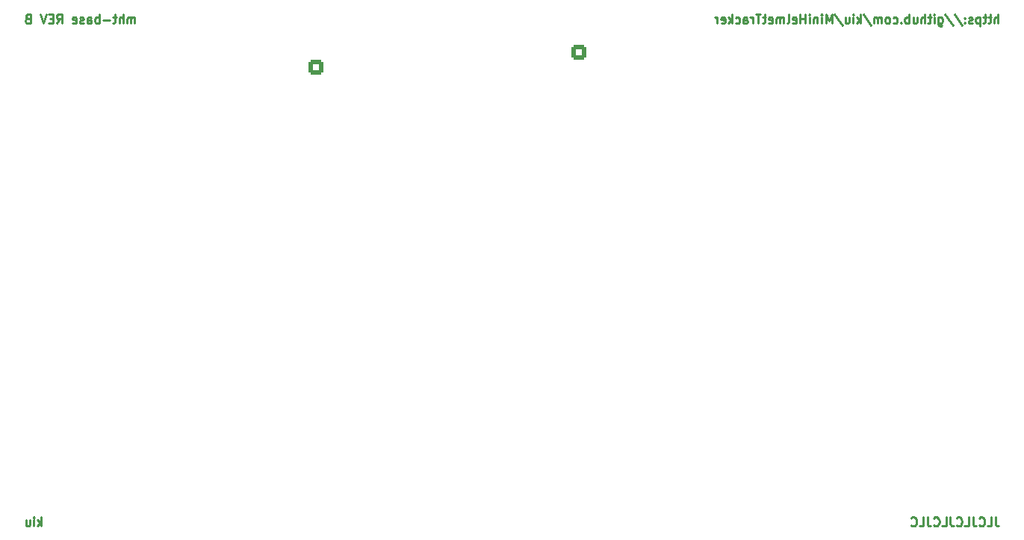
<source format=gbo>
G04 #@! TF.GenerationSoftware,KiCad,Pcbnew,(6.0.0)*
G04 #@! TF.CreationDate,2022-07-19T14:29:55+02:00*
G04 #@! TF.ProjectId,mht-base,6e666c2d-6261-4736-952e-6b696361645f,rev?*
G04 #@! TF.SameCoordinates,Original*
G04 #@! TF.FileFunction,Legend,Bot*
G04 #@! TF.FilePolarity,Positive*
%FSLAX46Y46*%
G04 Gerber Fmt 4.6, Leading zero omitted, Abs format (unit mm)*
G04 Created by KiCad (PCBNEW (6.0.0)) date 2022-07-19 14:29:55*
%MOMM*%
%LPD*%
G01*
G04 APERTURE LIST*
G04 Aperture macros list*
%AMRoundRect*
0 Rectangle with rounded corners*
0 $1 Rounding radius*
0 $2 $3 $4 $5 $6 $7 $8 $9 X,Y pos of 4 corners*
0 Add a 4 corners polygon primitive as box body*
4,1,4,$2,$3,$4,$5,$6,$7,$8,$9,$2,$3,0*
0 Add four circle primitives for the rounded corners*
1,1,$1+$1,$2,$3*
1,1,$1+$1,$4,$5*
1,1,$1+$1,$6,$7*
1,1,$1+$1,$8,$9*
0 Add four rect primitives between the rounded corners*
20,1,$1+$1,$2,$3,$4,$5,0*
20,1,$1+$1,$4,$5,$6,$7,0*
20,1,$1+$1,$6,$7,$8,$9,0*
20,1,$1+$1,$8,$9,$2,$3,0*%
G04 Aperture macros list end*
%ADD10C,0.250000*%
%ADD11R,2.100000X2.100000*%
%ADD12C,2.100000*%
%ADD13R,1.700000X1.700000*%
%ADD14O,1.700000X1.700000*%
%ADD15C,3.200000*%
%ADD16R,2.500000X2.500000*%
%ADD17C,2.500000*%
%ADD18R,1.800000X1.800000*%
%ADD19C,1.800000*%
%ADD20C,1.700000*%
%ADD21RoundRect,0.250000X-0.600000X0.600000X-0.600000X-0.600000X0.600000X-0.600000X0.600000X0.600000X0*%
%ADD22RoundRect,0.250000X-0.600000X-0.600000X0.600000X-0.600000X0.600000X0.600000X-0.600000X0.600000X0*%
%ADD23O,1.850000X1.050000*%
G04 APERTURE END LIST*
D10*
X150313690Y-117952380D02*
X150313690Y-118666666D01*
X150361309Y-118809523D01*
X150456547Y-118904761D01*
X150599404Y-118952380D01*
X150694642Y-118952380D01*
X149361309Y-118952380D02*
X149837500Y-118952380D01*
X149837500Y-117952380D01*
X148456547Y-118857142D02*
X148504166Y-118904761D01*
X148647023Y-118952380D01*
X148742261Y-118952380D01*
X148885119Y-118904761D01*
X148980357Y-118809523D01*
X149027976Y-118714285D01*
X149075595Y-118523809D01*
X149075595Y-118380952D01*
X149027976Y-118190476D01*
X148980357Y-118095238D01*
X148885119Y-118000000D01*
X148742261Y-117952380D01*
X148647023Y-117952380D01*
X148504166Y-118000000D01*
X148456547Y-118047619D01*
X147742261Y-117952380D02*
X147742261Y-118666666D01*
X147789880Y-118809523D01*
X147885119Y-118904761D01*
X148027976Y-118952380D01*
X148123214Y-118952380D01*
X146789880Y-118952380D02*
X147266071Y-118952380D01*
X147266071Y-117952380D01*
X145885119Y-118857142D02*
X145932738Y-118904761D01*
X146075595Y-118952380D01*
X146170833Y-118952380D01*
X146313690Y-118904761D01*
X146408928Y-118809523D01*
X146456547Y-118714285D01*
X146504166Y-118523809D01*
X146504166Y-118380952D01*
X146456547Y-118190476D01*
X146408928Y-118095238D01*
X146313690Y-118000000D01*
X146170833Y-117952380D01*
X146075595Y-117952380D01*
X145932738Y-118000000D01*
X145885119Y-118047619D01*
X145170833Y-117952380D02*
X145170833Y-118666666D01*
X145218452Y-118809523D01*
X145313690Y-118904761D01*
X145456547Y-118952380D01*
X145551785Y-118952380D01*
X144218452Y-118952380D02*
X144694642Y-118952380D01*
X144694642Y-117952380D01*
X143313690Y-118857142D02*
X143361309Y-118904761D01*
X143504166Y-118952380D01*
X143599404Y-118952380D01*
X143742261Y-118904761D01*
X143837500Y-118809523D01*
X143885119Y-118714285D01*
X143932738Y-118523809D01*
X143932738Y-118380952D01*
X143885119Y-118190476D01*
X143837500Y-118095238D01*
X143742261Y-118000000D01*
X143599404Y-117952380D01*
X143504166Y-117952380D01*
X143361309Y-118000000D01*
X143313690Y-118047619D01*
X142599404Y-117952380D02*
X142599404Y-118666666D01*
X142647023Y-118809523D01*
X142742261Y-118904761D01*
X142885119Y-118952380D01*
X142980357Y-118952380D01*
X141647023Y-118952380D02*
X142123214Y-118952380D01*
X142123214Y-117952380D01*
X140742261Y-118857142D02*
X140789880Y-118904761D01*
X140932738Y-118952380D01*
X141027976Y-118952380D01*
X141170833Y-118904761D01*
X141266071Y-118809523D01*
X141313690Y-118714285D01*
X141361309Y-118523809D01*
X141361309Y-118380952D01*
X141313690Y-118190476D01*
X141266071Y-118095238D01*
X141170833Y-118000000D01*
X141027976Y-117952380D01*
X140932738Y-117952380D01*
X140789880Y-118000000D01*
X140742261Y-118047619D01*
X42114880Y-118952380D02*
X42114880Y-117952380D01*
X42019642Y-118571428D02*
X41733928Y-118952380D01*
X41733928Y-118285714D02*
X42114880Y-118666666D01*
X41305357Y-118952380D02*
X41305357Y-118285714D01*
X41305357Y-117952380D02*
X41352976Y-118000000D01*
X41305357Y-118047619D01*
X41257738Y-118000000D01*
X41305357Y-117952380D01*
X41305357Y-118047619D01*
X40400595Y-118285714D02*
X40400595Y-118952380D01*
X40829166Y-118285714D02*
X40829166Y-118809523D01*
X40781547Y-118904761D01*
X40686309Y-118952380D01*
X40543452Y-118952380D01*
X40448214Y-118904761D01*
X40400595Y-118857142D01*
X150599404Y-61952380D02*
X150599404Y-60952380D01*
X150170833Y-61952380D02*
X150170833Y-61428571D01*
X150218452Y-61333333D01*
X150313690Y-61285714D01*
X150456547Y-61285714D01*
X150551785Y-61333333D01*
X150599404Y-61380952D01*
X149837500Y-61285714D02*
X149456547Y-61285714D01*
X149694642Y-60952380D02*
X149694642Y-61809523D01*
X149647023Y-61904761D01*
X149551785Y-61952380D01*
X149456547Y-61952380D01*
X149266071Y-61285714D02*
X148885119Y-61285714D01*
X149123214Y-60952380D02*
X149123214Y-61809523D01*
X149075595Y-61904761D01*
X148980357Y-61952380D01*
X148885119Y-61952380D01*
X148551785Y-61285714D02*
X148551785Y-62285714D01*
X148551785Y-61333333D02*
X148456547Y-61285714D01*
X148266071Y-61285714D01*
X148170833Y-61333333D01*
X148123214Y-61380952D01*
X148075595Y-61476190D01*
X148075595Y-61761904D01*
X148123214Y-61857142D01*
X148170833Y-61904761D01*
X148266071Y-61952380D01*
X148456547Y-61952380D01*
X148551785Y-61904761D01*
X147694642Y-61904761D02*
X147599404Y-61952380D01*
X147408928Y-61952380D01*
X147313690Y-61904761D01*
X147266071Y-61809523D01*
X147266071Y-61761904D01*
X147313690Y-61666666D01*
X147408928Y-61619047D01*
X147551785Y-61619047D01*
X147647023Y-61571428D01*
X147694642Y-61476190D01*
X147694642Y-61428571D01*
X147647023Y-61333333D01*
X147551785Y-61285714D01*
X147408928Y-61285714D01*
X147313690Y-61333333D01*
X146837500Y-61857142D02*
X146789880Y-61904761D01*
X146837500Y-61952380D01*
X146885119Y-61904761D01*
X146837500Y-61857142D01*
X146837500Y-61952380D01*
X146837500Y-61333333D02*
X146789880Y-61380952D01*
X146837500Y-61428571D01*
X146885119Y-61380952D01*
X146837500Y-61333333D01*
X146837500Y-61428571D01*
X145647023Y-60904761D02*
X146504166Y-62190476D01*
X144599404Y-60904761D02*
X145456547Y-62190476D01*
X143837500Y-61285714D02*
X143837500Y-62095238D01*
X143885119Y-62190476D01*
X143932738Y-62238095D01*
X144027976Y-62285714D01*
X144170833Y-62285714D01*
X144266071Y-62238095D01*
X143837500Y-61904761D02*
X143932738Y-61952380D01*
X144123214Y-61952380D01*
X144218452Y-61904761D01*
X144266071Y-61857142D01*
X144313690Y-61761904D01*
X144313690Y-61476190D01*
X144266071Y-61380952D01*
X144218452Y-61333333D01*
X144123214Y-61285714D01*
X143932738Y-61285714D01*
X143837500Y-61333333D01*
X143361309Y-61952380D02*
X143361309Y-61285714D01*
X143361309Y-60952380D02*
X143408928Y-61000000D01*
X143361309Y-61047619D01*
X143313690Y-61000000D01*
X143361309Y-60952380D01*
X143361309Y-61047619D01*
X143027976Y-61285714D02*
X142647023Y-61285714D01*
X142885119Y-60952380D02*
X142885119Y-61809523D01*
X142837500Y-61904761D01*
X142742261Y-61952380D01*
X142647023Y-61952380D01*
X142313690Y-61952380D02*
X142313690Y-60952380D01*
X141885119Y-61952380D02*
X141885119Y-61428571D01*
X141932738Y-61333333D01*
X142027976Y-61285714D01*
X142170833Y-61285714D01*
X142266071Y-61333333D01*
X142313690Y-61380952D01*
X140980357Y-61285714D02*
X140980357Y-61952380D01*
X141408928Y-61285714D02*
X141408928Y-61809523D01*
X141361309Y-61904761D01*
X141266071Y-61952380D01*
X141123214Y-61952380D01*
X141027976Y-61904761D01*
X140980357Y-61857142D01*
X140504166Y-61952380D02*
X140504166Y-60952380D01*
X140504166Y-61333333D02*
X140408928Y-61285714D01*
X140218452Y-61285714D01*
X140123214Y-61333333D01*
X140075595Y-61380952D01*
X140027976Y-61476190D01*
X140027976Y-61761904D01*
X140075595Y-61857142D01*
X140123214Y-61904761D01*
X140218452Y-61952380D01*
X140408928Y-61952380D01*
X140504166Y-61904761D01*
X139599404Y-61857142D02*
X139551785Y-61904761D01*
X139599404Y-61952380D01*
X139647023Y-61904761D01*
X139599404Y-61857142D01*
X139599404Y-61952380D01*
X138694642Y-61904761D02*
X138789880Y-61952380D01*
X138980357Y-61952380D01*
X139075595Y-61904761D01*
X139123214Y-61857142D01*
X139170833Y-61761904D01*
X139170833Y-61476190D01*
X139123214Y-61380952D01*
X139075595Y-61333333D01*
X138980357Y-61285714D01*
X138789880Y-61285714D01*
X138694642Y-61333333D01*
X138123214Y-61952380D02*
X138218452Y-61904761D01*
X138266071Y-61857142D01*
X138313690Y-61761904D01*
X138313690Y-61476190D01*
X138266071Y-61380952D01*
X138218452Y-61333333D01*
X138123214Y-61285714D01*
X137980357Y-61285714D01*
X137885119Y-61333333D01*
X137837500Y-61380952D01*
X137789880Y-61476190D01*
X137789880Y-61761904D01*
X137837500Y-61857142D01*
X137885119Y-61904761D01*
X137980357Y-61952380D01*
X138123214Y-61952380D01*
X137361309Y-61952380D02*
X137361309Y-61285714D01*
X137361309Y-61380952D02*
X137313690Y-61333333D01*
X137218452Y-61285714D01*
X137075595Y-61285714D01*
X136980357Y-61333333D01*
X136932738Y-61428571D01*
X136932738Y-61952380D01*
X136932738Y-61428571D02*
X136885119Y-61333333D01*
X136789880Y-61285714D01*
X136647023Y-61285714D01*
X136551785Y-61333333D01*
X136504166Y-61428571D01*
X136504166Y-61952380D01*
X135313690Y-60904761D02*
X136170833Y-62190476D01*
X134980357Y-61952380D02*
X134980357Y-60952380D01*
X134885119Y-61571428D02*
X134599404Y-61952380D01*
X134599404Y-61285714D02*
X134980357Y-61666666D01*
X134170833Y-61952380D02*
X134170833Y-61285714D01*
X134170833Y-60952380D02*
X134218452Y-61000000D01*
X134170833Y-61047619D01*
X134123214Y-61000000D01*
X134170833Y-60952380D01*
X134170833Y-61047619D01*
X133266071Y-61285714D02*
X133266071Y-61952380D01*
X133694642Y-61285714D02*
X133694642Y-61809523D01*
X133647023Y-61904761D01*
X133551785Y-61952380D01*
X133408928Y-61952380D01*
X133313690Y-61904761D01*
X133266071Y-61857142D01*
X132075595Y-60904761D02*
X132932738Y-62190476D01*
X131742261Y-61952380D02*
X131742261Y-60952380D01*
X131408928Y-61666666D01*
X131075595Y-60952380D01*
X131075595Y-61952380D01*
X130599404Y-61952380D02*
X130599404Y-61285714D01*
X130599404Y-60952380D02*
X130647023Y-61000000D01*
X130599404Y-61047619D01*
X130551785Y-61000000D01*
X130599404Y-60952380D01*
X130599404Y-61047619D01*
X130123214Y-61285714D02*
X130123214Y-61952380D01*
X130123214Y-61380952D02*
X130075595Y-61333333D01*
X129980357Y-61285714D01*
X129837500Y-61285714D01*
X129742261Y-61333333D01*
X129694642Y-61428571D01*
X129694642Y-61952380D01*
X129218452Y-61952380D02*
X129218452Y-61285714D01*
X129218452Y-60952380D02*
X129266071Y-61000000D01*
X129218452Y-61047619D01*
X129170833Y-61000000D01*
X129218452Y-60952380D01*
X129218452Y-61047619D01*
X128742261Y-61952380D02*
X128742261Y-60952380D01*
X128742261Y-61428571D02*
X128170833Y-61428571D01*
X128170833Y-61952380D02*
X128170833Y-60952380D01*
X127313690Y-61904761D02*
X127408928Y-61952380D01*
X127599404Y-61952380D01*
X127694642Y-61904761D01*
X127742261Y-61809523D01*
X127742261Y-61428571D01*
X127694642Y-61333333D01*
X127599404Y-61285714D01*
X127408928Y-61285714D01*
X127313690Y-61333333D01*
X127266071Y-61428571D01*
X127266071Y-61523809D01*
X127742261Y-61619047D01*
X126694642Y-61952380D02*
X126789880Y-61904761D01*
X126837500Y-61809523D01*
X126837500Y-60952380D01*
X126313690Y-61952380D02*
X126313690Y-61285714D01*
X126313690Y-61380952D02*
X126266071Y-61333333D01*
X126170833Y-61285714D01*
X126027976Y-61285714D01*
X125932738Y-61333333D01*
X125885119Y-61428571D01*
X125885119Y-61952380D01*
X125885119Y-61428571D02*
X125837500Y-61333333D01*
X125742261Y-61285714D01*
X125599404Y-61285714D01*
X125504166Y-61333333D01*
X125456547Y-61428571D01*
X125456547Y-61952380D01*
X124599404Y-61904761D02*
X124694642Y-61952380D01*
X124885119Y-61952380D01*
X124980357Y-61904761D01*
X125027976Y-61809523D01*
X125027976Y-61428571D01*
X124980357Y-61333333D01*
X124885119Y-61285714D01*
X124694642Y-61285714D01*
X124599404Y-61333333D01*
X124551785Y-61428571D01*
X124551785Y-61523809D01*
X125027976Y-61619047D01*
X124266071Y-61285714D02*
X123885119Y-61285714D01*
X124123214Y-60952380D02*
X124123214Y-61809523D01*
X124075595Y-61904761D01*
X123980357Y-61952380D01*
X123885119Y-61952380D01*
X123694642Y-60952380D02*
X123123214Y-60952380D01*
X123408928Y-61952380D02*
X123408928Y-60952380D01*
X122789880Y-61952380D02*
X122789880Y-61285714D01*
X122789880Y-61476190D02*
X122742261Y-61380952D01*
X122694642Y-61333333D01*
X122599404Y-61285714D01*
X122504166Y-61285714D01*
X121742261Y-61952380D02*
X121742261Y-61428571D01*
X121789880Y-61333333D01*
X121885119Y-61285714D01*
X122075595Y-61285714D01*
X122170833Y-61333333D01*
X121742261Y-61904761D02*
X121837500Y-61952380D01*
X122075595Y-61952380D01*
X122170833Y-61904761D01*
X122218452Y-61809523D01*
X122218452Y-61714285D01*
X122170833Y-61619047D01*
X122075595Y-61571428D01*
X121837500Y-61571428D01*
X121742261Y-61523809D01*
X120837500Y-61904761D02*
X120932738Y-61952380D01*
X121123214Y-61952380D01*
X121218452Y-61904761D01*
X121266071Y-61857142D01*
X121313690Y-61761904D01*
X121313690Y-61476190D01*
X121266071Y-61380952D01*
X121218452Y-61333333D01*
X121123214Y-61285714D01*
X120932738Y-61285714D01*
X120837500Y-61333333D01*
X120408928Y-61952380D02*
X120408928Y-60952380D01*
X120313690Y-61571428D02*
X120027976Y-61952380D01*
X120027976Y-61285714D02*
X120408928Y-61666666D01*
X119218452Y-61904761D02*
X119313690Y-61952380D01*
X119504166Y-61952380D01*
X119599404Y-61904761D01*
X119647023Y-61809523D01*
X119647023Y-61428571D01*
X119599404Y-61333333D01*
X119504166Y-61285714D01*
X119313690Y-61285714D01*
X119218452Y-61333333D01*
X119170833Y-61428571D01*
X119170833Y-61523809D01*
X119647023Y-61619047D01*
X118742261Y-61952380D02*
X118742261Y-61285714D01*
X118742261Y-61476190D02*
X118694642Y-61380952D01*
X118647023Y-61333333D01*
X118551785Y-61285714D01*
X118456547Y-61285714D01*
X52733928Y-61952380D02*
X52733928Y-61285714D01*
X52733928Y-61380952D02*
X52686309Y-61333333D01*
X52591071Y-61285714D01*
X52448214Y-61285714D01*
X52352976Y-61333333D01*
X52305357Y-61428571D01*
X52305357Y-61952380D01*
X52305357Y-61428571D02*
X52257738Y-61333333D01*
X52162500Y-61285714D01*
X52019642Y-61285714D01*
X51924404Y-61333333D01*
X51876785Y-61428571D01*
X51876785Y-61952380D01*
X51400595Y-61952380D02*
X51400595Y-60952380D01*
X50972023Y-61952380D02*
X50972023Y-61428571D01*
X51019642Y-61333333D01*
X51114880Y-61285714D01*
X51257738Y-61285714D01*
X51352976Y-61333333D01*
X51400595Y-61380952D01*
X50638690Y-61285714D02*
X50257738Y-61285714D01*
X50495833Y-60952380D02*
X50495833Y-61809523D01*
X50448214Y-61904761D01*
X50352976Y-61952380D01*
X50257738Y-61952380D01*
X49924404Y-61571428D02*
X49162500Y-61571428D01*
X48686309Y-61952380D02*
X48686309Y-60952380D01*
X48686309Y-61333333D02*
X48591071Y-61285714D01*
X48400595Y-61285714D01*
X48305357Y-61333333D01*
X48257738Y-61380952D01*
X48210119Y-61476190D01*
X48210119Y-61761904D01*
X48257738Y-61857142D01*
X48305357Y-61904761D01*
X48400595Y-61952380D01*
X48591071Y-61952380D01*
X48686309Y-61904761D01*
X47352976Y-61952380D02*
X47352976Y-61428571D01*
X47400595Y-61333333D01*
X47495833Y-61285714D01*
X47686309Y-61285714D01*
X47781547Y-61333333D01*
X47352976Y-61904761D02*
X47448214Y-61952380D01*
X47686309Y-61952380D01*
X47781547Y-61904761D01*
X47829166Y-61809523D01*
X47829166Y-61714285D01*
X47781547Y-61619047D01*
X47686309Y-61571428D01*
X47448214Y-61571428D01*
X47352976Y-61523809D01*
X46924404Y-61904761D02*
X46829166Y-61952380D01*
X46638690Y-61952380D01*
X46543452Y-61904761D01*
X46495833Y-61809523D01*
X46495833Y-61761904D01*
X46543452Y-61666666D01*
X46638690Y-61619047D01*
X46781547Y-61619047D01*
X46876785Y-61571428D01*
X46924404Y-61476190D01*
X46924404Y-61428571D01*
X46876785Y-61333333D01*
X46781547Y-61285714D01*
X46638690Y-61285714D01*
X46543452Y-61333333D01*
X45686309Y-61904761D02*
X45781547Y-61952380D01*
X45972023Y-61952380D01*
X46067261Y-61904761D01*
X46114880Y-61809523D01*
X46114880Y-61428571D01*
X46067261Y-61333333D01*
X45972023Y-61285714D01*
X45781547Y-61285714D01*
X45686309Y-61333333D01*
X45638690Y-61428571D01*
X45638690Y-61523809D01*
X46114880Y-61619047D01*
X43876785Y-61952380D02*
X44210119Y-61476190D01*
X44448214Y-61952380D02*
X44448214Y-60952380D01*
X44067261Y-60952380D01*
X43972023Y-61000000D01*
X43924404Y-61047619D01*
X43876785Y-61142857D01*
X43876785Y-61285714D01*
X43924404Y-61380952D01*
X43972023Y-61428571D01*
X44067261Y-61476190D01*
X44448214Y-61476190D01*
X43448214Y-61428571D02*
X43114880Y-61428571D01*
X42972023Y-61952380D02*
X43448214Y-61952380D01*
X43448214Y-60952380D01*
X42972023Y-60952380D01*
X42686309Y-60952380D02*
X42352976Y-61952380D01*
X42019642Y-60952380D01*
X40591071Y-61428571D02*
X40448214Y-61476190D01*
X40400595Y-61523809D01*
X40352976Y-61619047D01*
X40352976Y-61761904D01*
X40400595Y-61857142D01*
X40448214Y-61904761D01*
X40543452Y-61952380D01*
X40924404Y-61952380D01*
X40924404Y-60952380D01*
X40591071Y-60952380D01*
X40495833Y-61000000D01*
X40448214Y-61047619D01*
X40400595Y-61142857D01*
X40400595Y-61238095D01*
X40448214Y-61333333D01*
X40495833Y-61380952D01*
X40591071Y-61428571D01*
X40924404Y-61428571D01*
%LPC*%
D11*
X80500000Y-113000000D03*
D12*
X85500000Y-113000000D03*
X90500000Y-113000000D03*
X95500000Y-113000000D03*
D13*
X45720000Y-99060000D03*
D14*
X48260000Y-99060000D03*
X50800000Y-99060000D03*
X53340000Y-99060000D03*
X55880000Y-99060000D03*
X58420000Y-99060000D03*
X60960000Y-99060000D03*
X63500000Y-99060000D03*
D13*
X45720000Y-86360000D03*
D14*
X48260000Y-86360000D03*
X50800000Y-86360000D03*
X53340000Y-86360000D03*
X55880000Y-86360000D03*
X58420000Y-86360000D03*
X60960000Y-86360000D03*
X63500000Y-86360000D03*
D11*
X55500000Y-113000000D03*
D12*
X60500000Y-113000000D03*
X65500000Y-113000000D03*
X70500000Y-113000000D03*
D15*
X146000000Y-66000000D03*
D16*
X130500000Y-113300000D03*
D17*
X135500000Y-113300000D03*
D15*
X45000000Y-66000000D03*
D18*
X75000000Y-90000000D03*
D19*
X72460000Y-90000000D03*
D15*
X146000000Y-114000000D03*
D20*
X87880000Y-67787500D03*
X87880000Y-65247500D03*
X90420000Y-67787500D03*
X90420000Y-65247500D03*
X92960000Y-67787500D03*
X92960000Y-65247500D03*
X95500000Y-67787500D03*
X95500000Y-65247500D03*
X98040000Y-67787500D03*
X98040000Y-65247500D03*
X100580000Y-67787500D03*
X100580000Y-65247500D03*
X103120000Y-67787500D03*
D21*
X103120000Y-65247500D03*
D13*
X137105000Y-70950000D03*
D14*
X134565000Y-70950000D03*
X137105000Y-68410000D03*
X134565000Y-68410000D03*
X137105000Y-65870000D03*
X134565000Y-65870000D03*
X137105000Y-63330000D03*
X134565000Y-63330000D03*
D11*
X105500000Y-113000000D03*
D12*
X110500000Y-113000000D03*
X115500000Y-113000000D03*
X120500000Y-113000000D03*
D22*
X73247500Y-66955000D03*
D20*
X75787500Y-66955000D03*
X73247500Y-69495000D03*
X75787500Y-69495000D03*
X73247500Y-72035000D03*
X75787500Y-72035000D03*
D15*
X45000000Y-114000000D03*
D23*
X150550000Y-104575000D03*
X150550000Y-97425000D03*
D13*
X56200000Y-63000000D03*
D14*
X58740000Y-63000000D03*
X61280000Y-63000000D03*
X63820000Y-63000000D03*
M02*

</source>
